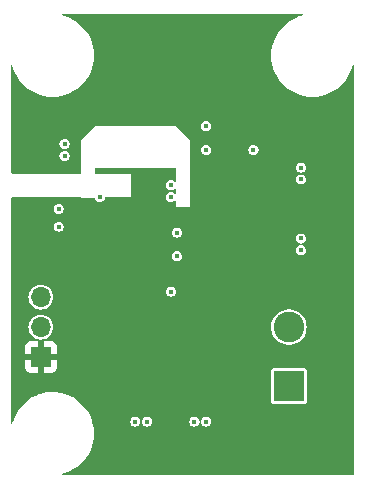
<source format=gbr>
%TF.GenerationSoftware,KiCad,Pcbnew,8.0.2*%
%TF.CreationDate,2025-01-11T01:11:34-03:00*%
%TF.ProjectId,LTC6268-10,4c544336-3236-4382-9d31-302e6b696361,rev?*%
%TF.SameCoordinates,Original*%
%TF.FileFunction,Copper,L3,Inr*%
%TF.FilePolarity,Positive*%
%FSLAX46Y46*%
G04 Gerber Fmt 4.6, Leading zero omitted, Abs format (unit mm)*
G04 Created by KiCad (PCBNEW 8.0.2) date 2025-01-11 01:11:34*
%MOMM*%
%LPD*%
G01*
G04 APERTURE LIST*
%TA.AperFunction,ComponentPad*%
%ADD10R,2.600000X2.600000*%
%TD*%
%TA.AperFunction,ComponentPad*%
%ADD11C,2.600000*%
%TD*%
%TA.AperFunction,ComponentPad*%
%ADD12R,1.700000X1.700000*%
%TD*%
%TA.AperFunction,ComponentPad*%
%ADD13O,1.700000X1.700000*%
%TD*%
%TA.AperFunction,ViaPad*%
%ADD14C,0.450000*%
%TD*%
G04 APERTURE END LIST*
D10*
%TO.N,GND*%
%TO.C,J2*%
X130920001Y-85000000D03*
D11*
%TO.N,Net-(J2-Pin_2)*%
X130920001Y-80000000D03*
%TD*%
D12*
%TO.N,VCC*%
%TO.C,SD_L1*%
X109920001Y-82540000D03*
D13*
%TO.N,/Shutdown_L*%
X109920001Y-80000000D03*
%TO.N,GND*%
X109920001Y-77460000D03*
%TD*%
D14*
%TO.N,GND*%
X131920001Y-66500000D03*
X131920001Y-67500000D03*
X131920001Y-73500000D03*
X123920001Y-65000000D03*
X117920001Y-88000000D03*
X121420001Y-74000000D03*
X121420001Y-72000000D03*
X111920001Y-64500000D03*
X120920001Y-69000000D03*
X120920001Y-77000000D03*
X131920001Y-72500000D03*
X123920001Y-88000000D03*
X122920001Y-88000000D03*
X123920001Y-63000000D03*
X118920001Y-88000000D03*
X111420001Y-70000000D03*
X111920001Y-65500000D03*
X111420001Y-71500000D03*
%TO.N,VCC*%
X123919997Y-78000004D03*
X131920001Y-63000000D03*
X115720001Y-72000000D03*
%TO.N,Net-(U1-+IN)*%
X127919998Y-65000003D03*
X120920001Y-68000000D03*
%TO.N,/Shutdown_L*%
X114920001Y-69000000D03*
%TD*%
%TA.AperFunction,Conductor*%
%TO.N,VCC*%
G36*
X132119741Y-53514352D02*
G01*
X132134093Y-53549000D01*
X132119741Y-53583648D01*
X132097775Y-53596330D01*
X131836814Y-53666254D01*
X131836808Y-53666256D01*
X131836804Y-53666257D01*
X131836802Y-53666258D01*
X131739832Y-53703480D01*
X131494263Y-53797745D01*
X131167350Y-53964317D01*
X130859630Y-54164151D01*
X130859628Y-54164153D01*
X130574499Y-54395047D01*
X130574484Y-54395060D01*
X130315061Y-54654483D01*
X130315048Y-54654498D01*
X130084154Y-54939627D01*
X130084152Y-54939629D01*
X129884318Y-55247349D01*
X129717746Y-55574262D01*
X129676746Y-55681072D01*
X129614460Y-55843336D01*
X129586257Y-55916807D01*
X129586255Y-55916813D01*
X129491296Y-56271204D01*
X129433898Y-56633604D01*
X129414697Y-57000000D01*
X129433898Y-57366395D01*
X129491296Y-57728795D01*
X129586255Y-58083186D01*
X129586257Y-58083192D01*
X129586259Y-58083199D01*
X129670613Y-58302952D01*
X129717746Y-58425737D01*
X129739876Y-58469169D01*
X129883222Y-58750500D01*
X129884318Y-58752650D01*
X130084152Y-59060370D01*
X130084154Y-59060372D01*
X130315048Y-59345501D01*
X130315061Y-59345516D01*
X130574484Y-59604939D01*
X130574491Y-59604945D01*
X130574495Y-59604949D01*
X130574499Y-59604952D01*
X130859628Y-59835846D01*
X130859630Y-59835848D01*
X130859635Y-59835851D01*
X131167349Y-60035682D01*
X131494265Y-60202255D01*
X131836802Y-60333742D01*
X132191207Y-60428705D01*
X132553597Y-60486102D01*
X132920001Y-60505304D01*
X133286405Y-60486102D01*
X133648795Y-60428705D01*
X134003200Y-60333742D01*
X134345737Y-60202255D01*
X134672653Y-60035682D01*
X134980367Y-59835851D01*
X135265507Y-59604949D01*
X135524950Y-59345506D01*
X135755852Y-59060366D01*
X135955683Y-58752652D01*
X136122256Y-58425736D01*
X136253743Y-58083199D01*
X136323671Y-57822224D01*
X136346501Y-57792472D01*
X136383683Y-57787577D01*
X136413436Y-57810407D01*
X136420001Y-57834907D01*
X136420001Y-92451000D01*
X136405649Y-92485648D01*
X136371001Y-92500000D01*
X111754909Y-92500000D01*
X111720261Y-92485648D01*
X111705909Y-92451000D01*
X111720261Y-92416352D01*
X111742227Y-92403670D01*
X111804632Y-92386948D01*
X112003200Y-92333742D01*
X112345737Y-92202255D01*
X112672653Y-92035682D01*
X112980367Y-91835851D01*
X113265507Y-91604949D01*
X113524950Y-91345506D01*
X113755852Y-91060366D01*
X113955683Y-90752652D01*
X114122256Y-90425736D01*
X114253743Y-90083199D01*
X114348706Y-89728794D01*
X114406103Y-89366404D01*
X114425305Y-89000000D01*
X114406103Y-88633596D01*
X114348706Y-88271206D01*
X114276036Y-88000000D01*
X117489197Y-88000000D01*
X117510282Y-88133126D01*
X117510282Y-88133127D01*
X117510283Y-88133128D01*
X117571468Y-88253213D01*
X117571473Y-88253220D01*
X117666780Y-88348527D01*
X117666787Y-88348532D01*
X117746843Y-88389322D01*
X117786875Y-88409719D01*
X117920001Y-88430804D01*
X118053127Y-88409719D01*
X118136421Y-88367278D01*
X118173214Y-88348532D01*
X118173216Y-88348530D01*
X118173221Y-88348528D01*
X118268529Y-88253220D01*
X118329720Y-88133126D01*
X118350805Y-88000000D01*
X118489197Y-88000000D01*
X118510282Y-88133126D01*
X118510282Y-88133127D01*
X118510283Y-88133128D01*
X118571468Y-88253213D01*
X118571473Y-88253220D01*
X118666780Y-88348527D01*
X118666787Y-88348532D01*
X118746843Y-88389322D01*
X118786875Y-88409719D01*
X118920001Y-88430804D01*
X119053127Y-88409719D01*
X119136421Y-88367278D01*
X119173214Y-88348532D01*
X119173216Y-88348530D01*
X119173221Y-88348528D01*
X119268529Y-88253220D01*
X119329720Y-88133126D01*
X119350805Y-88000000D01*
X122489197Y-88000000D01*
X122510282Y-88133126D01*
X122510282Y-88133127D01*
X122510283Y-88133128D01*
X122571468Y-88253213D01*
X122571473Y-88253220D01*
X122666780Y-88348527D01*
X122666787Y-88348532D01*
X122746843Y-88389322D01*
X122786875Y-88409719D01*
X122920001Y-88430804D01*
X123053127Y-88409719D01*
X123136421Y-88367278D01*
X123173214Y-88348532D01*
X123173216Y-88348530D01*
X123173221Y-88348528D01*
X123268529Y-88253220D01*
X123329720Y-88133126D01*
X123350805Y-88000000D01*
X123489197Y-88000000D01*
X123510282Y-88133126D01*
X123510282Y-88133127D01*
X123510283Y-88133128D01*
X123571468Y-88253213D01*
X123571473Y-88253220D01*
X123666780Y-88348527D01*
X123666787Y-88348532D01*
X123746843Y-88389322D01*
X123786875Y-88409719D01*
X123920001Y-88430804D01*
X124053127Y-88409719D01*
X124136421Y-88367278D01*
X124173214Y-88348532D01*
X124173216Y-88348530D01*
X124173221Y-88348528D01*
X124268529Y-88253220D01*
X124329720Y-88133126D01*
X124350805Y-88000000D01*
X124329720Y-87866874D01*
X124292208Y-87793252D01*
X124268533Y-87746786D01*
X124268528Y-87746779D01*
X124173221Y-87651472D01*
X124173214Y-87651467D01*
X124053129Y-87590282D01*
X124053128Y-87590281D01*
X124053127Y-87590281D01*
X123920001Y-87569196D01*
X123786875Y-87590281D01*
X123786873Y-87590281D01*
X123786872Y-87590282D01*
X123666787Y-87651467D01*
X123666780Y-87651472D01*
X123571473Y-87746779D01*
X123571468Y-87746786D01*
X123510283Y-87866871D01*
X123510282Y-87866872D01*
X123510282Y-87866874D01*
X123489197Y-88000000D01*
X123350805Y-88000000D01*
X123329720Y-87866874D01*
X123292208Y-87793252D01*
X123268533Y-87746786D01*
X123268528Y-87746779D01*
X123173221Y-87651472D01*
X123173214Y-87651467D01*
X123053129Y-87590282D01*
X123053128Y-87590281D01*
X123053127Y-87590281D01*
X122920001Y-87569196D01*
X122786875Y-87590281D01*
X122786873Y-87590281D01*
X122786872Y-87590282D01*
X122666787Y-87651467D01*
X122666780Y-87651472D01*
X122571473Y-87746779D01*
X122571468Y-87746786D01*
X122510283Y-87866871D01*
X122510282Y-87866872D01*
X122510282Y-87866874D01*
X122489197Y-88000000D01*
X119350805Y-88000000D01*
X119329720Y-87866874D01*
X119292208Y-87793252D01*
X119268533Y-87746786D01*
X119268528Y-87746779D01*
X119173221Y-87651472D01*
X119173214Y-87651467D01*
X119053129Y-87590282D01*
X119053128Y-87590281D01*
X119053127Y-87590281D01*
X118920001Y-87569196D01*
X118786875Y-87590281D01*
X118786873Y-87590281D01*
X118786872Y-87590282D01*
X118666787Y-87651467D01*
X118666780Y-87651472D01*
X118571473Y-87746779D01*
X118571468Y-87746786D01*
X118510283Y-87866871D01*
X118510282Y-87866872D01*
X118510282Y-87866874D01*
X118489197Y-88000000D01*
X118350805Y-88000000D01*
X118329720Y-87866874D01*
X118292208Y-87793252D01*
X118268533Y-87746786D01*
X118268528Y-87746779D01*
X118173221Y-87651472D01*
X118173214Y-87651467D01*
X118053129Y-87590282D01*
X118053128Y-87590281D01*
X118053127Y-87590281D01*
X117920001Y-87569196D01*
X117786875Y-87590281D01*
X117786873Y-87590281D01*
X117786872Y-87590282D01*
X117666787Y-87651467D01*
X117666780Y-87651472D01*
X117571473Y-87746779D01*
X117571468Y-87746786D01*
X117510283Y-87866871D01*
X117510282Y-87866872D01*
X117510282Y-87866874D01*
X117489197Y-88000000D01*
X114276036Y-88000000D01*
X114253743Y-87916801D01*
X114122256Y-87574264D01*
X113955683Y-87247348D01*
X113755852Y-86939634D01*
X113755849Y-86939629D01*
X113755847Y-86939627D01*
X113524953Y-86654498D01*
X113524940Y-86654483D01*
X113265517Y-86395060D01*
X113265502Y-86395047D01*
X112980373Y-86164153D01*
X112980371Y-86164151D01*
X112672651Y-85964317D01*
X112345738Y-85797745D01*
X112222953Y-85750612D01*
X112003200Y-85666258D01*
X112003193Y-85666256D01*
X112003187Y-85666254D01*
X111648796Y-85571295D01*
X111550484Y-85555724D01*
X111286405Y-85513898D01*
X111286400Y-85513897D01*
X111286396Y-85513897D01*
X110920001Y-85494696D01*
X110553605Y-85513897D01*
X110553599Y-85513897D01*
X110553597Y-85513898D01*
X110387827Y-85540153D01*
X110191205Y-85571295D01*
X109836814Y-85666254D01*
X109836808Y-85666256D01*
X109836804Y-85666257D01*
X109836802Y-85666258D01*
X109739832Y-85703480D01*
X109494263Y-85797745D01*
X109167350Y-85964317D01*
X108859630Y-86164151D01*
X108859628Y-86164153D01*
X108574499Y-86395047D01*
X108574484Y-86395060D01*
X108315061Y-86654483D01*
X108315048Y-86654498D01*
X108084154Y-86939627D01*
X108084152Y-86939629D01*
X107884318Y-87247349D01*
X107717746Y-87574262D01*
X107651521Y-87746786D01*
X107614460Y-87843336D01*
X107586257Y-87916807D01*
X107586255Y-87916813D01*
X107516331Y-88177774D01*
X107493501Y-88207527D01*
X107456319Y-88212422D01*
X107426566Y-88189592D01*
X107420001Y-88165092D01*
X107420001Y-81642165D01*
X108570001Y-81642165D01*
X108570001Y-82290000D01*
X109486989Y-82290000D01*
X109454076Y-82347007D01*
X109420001Y-82474174D01*
X109420001Y-82605826D01*
X109454076Y-82732993D01*
X109486989Y-82790000D01*
X108570001Y-82790000D01*
X108570001Y-83437834D01*
X108576402Y-83497372D01*
X108576402Y-83497373D01*
X108626649Y-83632091D01*
X108712812Y-83747188D01*
X108827909Y-83833351D01*
X108962627Y-83883598D01*
X109022167Y-83890000D01*
X109670001Y-83890000D01*
X109670001Y-82973012D01*
X109727008Y-83005925D01*
X109854175Y-83040000D01*
X109985827Y-83040000D01*
X110112994Y-83005925D01*
X110170001Y-82973012D01*
X110170001Y-83890000D01*
X110817835Y-83890000D01*
X110877373Y-83883598D01*
X110877374Y-83883598D01*
X111012092Y-83833351D01*
X111127189Y-83747188D01*
X111177298Y-83680252D01*
X129419501Y-83680252D01*
X129419501Y-86319748D01*
X129431134Y-86378231D01*
X129442373Y-86395051D01*
X129475448Y-86444552D01*
X129502013Y-86462301D01*
X129541770Y-86488867D01*
X129600253Y-86500500D01*
X129600256Y-86500500D01*
X132239746Y-86500500D01*
X132239749Y-86500500D01*
X132298232Y-86488867D01*
X132364553Y-86444552D01*
X132408868Y-86378231D01*
X132420501Y-86319748D01*
X132420501Y-83680252D01*
X132408868Y-83621769D01*
X132382302Y-83582012D01*
X132364553Y-83555447D01*
X132324796Y-83528882D01*
X132298232Y-83511133D01*
X132239749Y-83499500D01*
X129600253Y-83499500D01*
X129541770Y-83511133D01*
X129475448Y-83555447D01*
X129431134Y-83621769D01*
X129419501Y-83680252D01*
X111177298Y-83680252D01*
X111213352Y-83632091D01*
X111263599Y-83497373D01*
X111263599Y-83497372D01*
X111270001Y-83437834D01*
X111270001Y-82790000D01*
X110353013Y-82790000D01*
X110385926Y-82732993D01*
X110420001Y-82605826D01*
X110420001Y-82474174D01*
X110385926Y-82347007D01*
X110353013Y-82290000D01*
X111270001Y-82290000D01*
X111270001Y-81642165D01*
X111263599Y-81582627D01*
X111263599Y-81582626D01*
X111213352Y-81447908D01*
X111127189Y-81332811D01*
X111012092Y-81246648D01*
X110877374Y-81196401D01*
X110817835Y-81190000D01*
X110170001Y-81190000D01*
X110170001Y-82106988D01*
X110112994Y-82074075D01*
X109985827Y-82040000D01*
X109854175Y-82040000D01*
X109727008Y-82074075D01*
X109670001Y-82106988D01*
X109670001Y-81190000D01*
X109022167Y-81190000D01*
X108962628Y-81196401D01*
X108962627Y-81196401D01*
X108827909Y-81246648D01*
X108712812Y-81332811D01*
X108626649Y-81447908D01*
X108576402Y-81582626D01*
X108576402Y-81582627D01*
X108570001Y-81642165D01*
X107420001Y-81642165D01*
X107420001Y-80000000D01*
X108864418Y-80000000D01*
X108884701Y-80205934D01*
X108944769Y-80403954D01*
X109042316Y-80586450D01*
X109173591Y-80746410D01*
X109333551Y-80877685D01*
X109516047Y-80975232D01*
X109714067Y-81035300D01*
X109920001Y-81055583D01*
X110125935Y-81035300D01*
X110323955Y-80975232D01*
X110506451Y-80877685D01*
X110666411Y-80746410D01*
X110797686Y-80586450D01*
X110895233Y-80403954D01*
X110955301Y-80205934D01*
X110975584Y-80000000D01*
X129414358Y-80000000D01*
X129434893Y-80247821D01*
X129474431Y-80403954D01*
X129495939Y-80488883D01*
X129595826Y-80716604D01*
X129595833Y-80716616D01*
X129731835Y-80924784D01*
X129833572Y-81035299D01*
X129900257Y-81107738D01*
X130096492Y-81260474D01*
X130096499Y-81260478D01*
X130096501Y-81260479D01*
X130315183Y-81378824D01*
X130315185Y-81378824D01*
X130315191Y-81378828D01*
X130550387Y-81459571D01*
X130795666Y-81500500D01*
X130795669Y-81500500D01*
X131044333Y-81500500D01*
X131044336Y-81500500D01*
X131289615Y-81459571D01*
X131524811Y-81378828D01*
X131743510Y-81260474D01*
X131939745Y-81107738D01*
X132108165Y-80924785D01*
X132244174Y-80716607D01*
X132344064Y-80488881D01*
X132405109Y-80247821D01*
X132425644Y-80000000D01*
X132405109Y-79752179D01*
X132344064Y-79511119D01*
X132244174Y-79283393D01*
X132244172Y-79283390D01*
X132244168Y-79283383D01*
X132108166Y-79075215D01*
X131939745Y-78892262D01*
X131743514Y-78739529D01*
X131743513Y-78739528D01*
X131743510Y-78739526D01*
X131743505Y-78739523D01*
X131743500Y-78739520D01*
X131524818Y-78621175D01*
X131524812Y-78621172D01*
X131524811Y-78621172D01*
X131505963Y-78614701D01*
X131289616Y-78540429D01*
X131228295Y-78530196D01*
X131044336Y-78499500D01*
X130795666Y-78499500D01*
X130648498Y-78524057D01*
X130550385Y-78540429D01*
X130315193Y-78621171D01*
X130315183Y-78621175D01*
X130096501Y-78739520D01*
X130096487Y-78739529D01*
X129900256Y-78892262D01*
X129900255Y-78892262D01*
X129731835Y-79075215D01*
X129595833Y-79283383D01*
X129595826Y-79283395D01*
X129495939Y-79511116D01*
X129495938Y-79511119D01*
X129434893Y-79752179D01*
X129414358Y-80000000D01*
X110975584Y-80000000D01*
X110955301Y-79794066D01*
X110895233Y-79596046D01*
X110797686Y-79413550D01*
X110666411Y-79253590D01*
X110506451Y-79122315D01*
X110323955Y-79024768D01*
X110125935Y-78964700D01*
X109920001Y-78944417D01*
X109714066Y-78964700D01*
X109714065Y-78964700D01*
X109516044Y-79024769D01*
X109333549Y-79122316D01*
X109173591Y-79253590D01*
X109042317Y-79413548D01*
X108944770Y-79596043D01*
X108884701Y-79794064D01*
X108884701Y-79794065D01*
X108884701Y-79794066D01*
X108864418Y-80000000D01*
X107420001Y-80000000D01*
X107420001Y-77460000D01*
X108864418Y-77460000D01*
X108884701Y-77665934D01*
X108944769Y-77863954D01*
X109042316Y-78046450D01*
X109173591Y-78206410D01*
X109333551Y-78337685D01*
X109516047Y-78435232D01*
X109714067Y-78495300D01*
X109920001Y-78515583D01*
X110125935Y-78495300D01*
X110323955Y-78435232D01*
X110506451Y-78337685D01*
X110666411Y-78206410D01*
X110797686Y-78046450D01*
X110895233Y-77863954D01*
X110955301Y-77665934D01*
X110975584Y-77460000D01*
X110955301Y-77254066D01*
X110895233Y-77056046D01*
X110865276Y-77000000D01*
X120489197Y-77000000D01*
X120510282Y-77133126D01*
X120510282Y-77133127D01*
X120510283Y-77133128D01*
X120571468Y-77253213D01*
X120571473Y-77253220D01*
X120666780Y-77348527D01*
X120666787Y-77348532D01*
X120746843Y-77389322D01*
X120786875Y-77409719D01*
X120920001Y-77430804D01*
X121053127Y-77409719D01*
X121136421Y-77367278D01*
X121173214Y-77348532D01*
X121173216Y-77348530D01*
X121173221Y-77348528D01*
X121268529Y-77253220D01*
X121329720Y-77133126D01*
X121350805Y-77000000D01*
X121329720Y-76866874D01*
X121309323Y-76826842D01*
X121268533Y-76746786D01*
X121268528Y-76746779D01*
X121173221Y-76651472D01*
X121173214Y-76651467D01*
X121053129Y-76590282D01*
X121053128Y-76590281D01*
X121053127Y-76590281D01*
X120920001Y-76569196D01*
X120786875Y-76590281D01*
X120786873Y-76590281D01*
X120786872Y-76590282D01*
X120666787Y-76651467D01*
X120666780Y-76651472D01*
X120571473Y-76746779D01*
X120571468Y-76746786D01*
X120510283Y-76866871D01*
X120510282Y-76866872D01*
X120510282Y-76866874D01*
X120489197Y-77000000D01*
X110865276Y-77000000D01*
X110797686Y-76873550D01*
X110666411Y-76713590D01*
X110506451Y-76582315D01*
X110323955Y-76484768D01*
X110125935Y-76424700D01*
X109920001Y-76404417D01*
X109714066Y-76424700D01*
X109714065Y-76424700D01*
X109516044Y-76484769D01*
X109333549Y-76582316D01*
X109173591Y-76713590D01*
X109042317Y-76873548D01*
X108944770Y-77056043D01*
X108884701Y-77254064D01*
X108884701Y-77254065D01*
X108867294Y-77430804D01*
X108864418Y-77460000D01*
X107420001Y-77460000D01*
X107420001Y-74000000D01*
X120989197Y-74000000D01*
X121010282Y-74133126D01*
X121010282Y-74133127D01*
X121010283Y-74133128D01*
X121071468Y-74253213D01*
X121071473Y-74253220D01*
X121166780Y-74348527D01*
X121166787Y-74348532D01*
X121246843Y-74389322D01*
X121286875Y-74409719D01*
X121420001Y-74430804D01*
X121553127Y-74409719D01*
X121636421Y-74367278D01*
X121673214Y-74348532D01*
X121673216Y-74348530D01*
X121673221Y-74348528D01*
X121768529Y-74253220D01*
X121829720Y-74133126D01*
X121850805Y-74000000D01*
X121829720Y-73866874D01*
X121809323Y-73826842D01*
X121768533Y-73746786D01*
X121768528Y-73746779D01*
X121673221Y-73651472D01*
X121673214Y-73651467D01*
X121553129Y-73590282D01*
X121553128Y-73590281D01*
X121553127Y-73590281D01*
X121420001Y-73569196D01*
X121286875Y-73590281D01*
X121286873Y-73590281D01*
X121286872Y-73590282D01*
X121166787Y-73651467D01*
X121166780Y-73651472D01*
X121071473Y-73746779D01*
X121071468Y-73746786D01*
X121010283Y-73866871D01*
X121010282Y-73866872D01*
X121010282Y-73866874D01*
X120989197Y-74000000D01*
X107420001Y-74000000D01*
X107420001Y-73500000D01*
X131489197Y-73500000D01*
X131510282Y-73633126D01*
X131510282Y-73633127D01*
X131510283Y-73633128D01*
X131571468Y-73753213D01*
X131571473Y-73753220D01*
X131666780Y-73848527D01*
X131666787Y-73848532D01*
X131746843Y-73889322D01*
X131786875Y-73909719D01*
X131920001Y-73930804D01*
X132053127Y-73909719D01*
X132137221Y-73866871D01*
X132173214Y-73848532D01*
X132173216Y-73848530D01*
X132173221Y-73848528D01*
X132268529Y-73753220D01*
X132271808Y-73746786D01*
X132287279Y-73716420D01*
X132329720Y-73633126D01*
X132350805Y-73500000D01*
X132329720Y-73366874D01*
X132309323Y-73326842D01*
X132268533Y-73246786D01*
X132268528Y-73246779D01*
X132173221Y-73151472D01*
X132173214Y-73151467D01*
X132053129Y-73090282D01*
X132053128Y-73090281D01*
X132053127Y-73090281D01*
X131920001Y-73069196D01*
X131786875Y-73090281D01*
X131786873Y-73090281D01*
X131786872Y-73090282D01*
X131666787Y-73151467D01*
X131666780Y-73151472D01*
X131571473Y-73246779D01*
X131571468Y-73246786D01*
X131510283Y-73366871D01*
X131510282Y-73366872D01*
X131510282Y-73366874D01*
X131489197Y-73500000D01*
X107420001Y-73500000D01*
X107420001Y-72500000D01*
X131489197Y-72500000D01*
X131510282Y-72633126D01*
X131510282Y-72633127D01*
X131510283Y-72633128D01*
X131571468Y-72753213D01*
X131571473Y-72753220D01*
X131666780Y-72848527D01*
X131666787Y-72848532D01*
X131746843Y-72889322D01*
X131786875Y-72909719D01*
X131920001Y-72930804D01*
X132053127Y-72909719D01*
X132136421Y-72867278D01*
X132173214Y-72848532D01*
X132173216Y-72848530D01*
X132173221Y-72848528D01*
X132268529Y-72753220D01*
X132329720Y-72633126D01*
X132350805Y-72500000D01*
X132329720Y-72366874D01*
X132309323Y-72326842D01*
X132268533Y-72246786D01*
X132268528Y-72246779D01*
X132173221Y-72151472D01*
X132173214Y-72151467D01*
X132053129Y-72090282D01*
X132053128Y-72090281D01*
X132053127Y-72090281D01*
X131920001Y-72069196D01*
X131786875Y-72090281D01*
X131786873Y-72090281D01*
X131786872Y-72090282D01*
X131666787Y-72151467D01*
X131666780Y-72151472D01*
X131571473Y-72246779D01*
X131571468Y-72246786D01*
X131510283Y-72366871D01*
X131510282Y-72366872D01*
X131510282Y-72366874D01*
X131489197Y-72500000D01*
X107420001Y-72500000D01*
X107420001Y-72000000D01*
X120989197Y-72000000D01*
X121010282Y-72133126D01*
X121010282Y-72133127D01*
X121010283Y-72133128D01*
X121071468Y-72253213D01*
X121071473Y-72253220D01*
X121166780Y-72348527D01*
X121166787Y-72348532D01*
X121246843Y-72389322D01*
X121286875Y-72409719D01*
X121420001Y-72430804D01*
X121553127Y-72409719D01*
X121637221Y-72366871D01*
X121673214Y-72348532D01*
X121673216Y-72348530D01*
X121673221Y-72348528D01*
X121768529Y-72253220D01*
X121771808Y-72246786D01*
X121787279Y-72216420D01*
X121829720Y-72133126D01*
X121850805Y-72000000D01*
X121829720Y-71866874D01*
X121809323Y-71826842D01*
X121768533Y-71746786D01*
X121768528Y-71746779D01*
X121673221Y-71651472D01*
X121673214Y-71651467D01*
X121553129Y-71590282D01*
X121553128Y-71590281D01*
X121553127Y-71590281D01*
X121420001Y-71569196D01*
X121286875Y-71590281D01*
X121286873Y-71590281D01*
X121286872Y-71590282D01*
X121166787Y-71651467D01*
X121166780Y-71651472D01*
X121071473Y-71746779D01*
X121071468Y-71746786D01*
X121010283Y-71866871D01*
X121010282Y-71866872D01*
X121010282Y-71866874D01*
X120989197Y-72000000D01*
X107420001Y-72000000D01*
X107420001Y-71500000D01*
X110989197Y-71500000D01*
X111010282Y-71633126D01*
X111010282Y-71633127D01*
X111010283Y-71633128D01*
X111071468Y-71753213D01*
X111071473Y-71753220D01*
X111166780Y-71848527D01*
X111166787Y-71848532D01*
X111246843Y-71889322D01*
X111286875Y-71909719D01*
X111420001Y-71930804D01*
X111553127Y-71909719D01*
X111637221Y-71866871D01*
X111673214Y-71848532D01*
X111673216Y-71848530D01*
X111673221Y-71848528D01*
X111768529Y-71753220D01*
X111771808Y-71746786D01*
X111787279Y-71716420D01*
X111829720Y-71633126D01*
X111850805Y-71500000D01*
X111829720Y-71366874D01*
X111809323Y-71326842D01*
X111768533Y-71246786D01*
X111768528Y-71246779D01*
X111673221Y-71151472D01*
X111673214Y-71151467D01*
X111553129Y-71090282D01*
X111553128Y-71090281D01*
X111553127Y-71090281D01*
X111420001Y-71069196D01*
X111286875Y-71090281D01*
X111286873Y-71090281D01*
X111286872Y-71090282D01*
X111166787Y-71151467D01*
X111166780Y-71151472D01*
X111071473Y-71246779D01*
X111071468Y-71246786D01*
X111010283Y-71366871D01*
X111010282Y-71366872D01*
X111010282Y-71366874D01*
X110989197Y-71500000D01*
X107420001Y-71500000D01*
X107420001Y-70000000D01*
X110989197Y-70000000D01*
X111010282Y-70133126D01*
X111010282Y-70133127D01*
X111010283Y-70133128D01*
X111071468Y-70253213D01*
X111071473Y-70253220D01*
X111166780Y-70348527D01*
X111166787Y-70348532D01*
X111246843Y-70389322D01*
X111286875Y-70409719D01*
X111420001Y-70430804D01*
X111553127Y-70409719D01*
X111636421Y-70367278D01*
X111673214Y-70348532D01*
X111673216Y-70348530D01*
X111673221Y-70348528D01*
X111768529Y-70253220D01*
X111829720Y-70133126D01*
X111850805Y-70000000D01*
X111829720Y-69866874D01*
X111795646Y-69800000D01*
X111768533Y-69746786D01*
X111768528Y-69746779D01*
X111673221Y-69651472D01*
X111673214Y-69651467D01*
X111553129Y-69590282D01*
X111553128Y-69590281D01*
X111553127Y-69590281D01*
X111420001Y-69569196D01*
X111286875Y-69590281D01*
X111286873Y-69590281D01*
X111286872Y-69590282D01*
X111166787Y-69651467D01*
X111166780Y-69651472D01*
X111071473Y-69746779D01*
X111071468Y-69746786D01*
X111010283Y-69866871D01*
X111010282Y-69866872D01*
X111010282Y-69866874D01*
X110989197Y-70000000D01*
X107420001Y-70000000D01*
X107420001Y-69049000D01*
X107434353Y-69014352D01*
X107469001Y-69000000D01*
X113271001Y-69000000D01*
X113305649Y-69014352D01*
X113320001Y-69049000D01*
X113320001Y-69100000D01*
X114463918Y-69100000D01*
X114498566Y-69114352D01*
X114508100Y-69129910D01*
X114508531Y-69129691D01*
X114571468Y-69253213D01*
X114571473Y-69253220D01*
X114666780Y-69348527D01*
X114666787Y-69348532D01*
X114746843Y-69389322D01*
X114786875Y-69409719D01*
X114920001Y-69430804D01*
X115053127Y-69409719D01*
X115136421Y-69367278D01*
X115173214Y-69348532D01*
X115173216Y-69348530D01*
X115173221Y-69348528D01*
X115268529Y-69253220D01*
X115329720Y-69133126D01*
X115344258Y-69041333D01*
X115363854Y-69009358D01*
X115392655Y-69000000D01*
X117545001Y-69000000D01*
X117545001Y-67000000D01*
X114569001Y-67000000D01*
X114534353Y-66985648D01*
X114520001Y-66951000D01*
X114520001Y-66549000D01*
X114534353Y-66514352D01*
X114569001Y-66500000D01*
X121271001Y-66500000D01*
X121305649Y-66514352D01*
X121320001Y-66549000D01*
X121320001Y-67679956D01*
X121305649Y-67714604D01*
X121271001Y-67728956D01*
X121236353Y-67714604D01*
X121173221Y-67651472D01*
X121173214Y-67651467D01*
X121053129Y-67590282D01*
X121053128Y-67590281D01*
X121053127Y-67590281D01*
X120920001Y-67569196D01*
X120786875Y-67590281D01*
X120786873Y-67590281D01*
X120786872Y-67590282D01*
X120666787Y-67651467D01*
X120666780Y-67651472D01*
X120571473Y-67746779D01*
X120571468Y-67746786D01*
X120510283Y-67866871D01*
X120510282Y-67866872D01*
X120510282Y-67866874D01*
X120489197Y-68000000D01*
X120510282Y-68133126D01*
X120510282Y-68133127D01*
X120510283Y-68133128D01*
X120571468Y-68253213D01*
X120571473Y-68253220D01*
X120666780Y-68348527D01*
X120666787Y-68348532D01*
X120746843Y-68389322D01*
X120786875Y-68409719D01*
X120920001Y-68430804D01*
X121053127Y-68409719D01*
X121136421Y-68367278D01*
X121173214Y-68348532D01*
X121173216Y-68348530D01*
X121173221Y-68348528D01*
X121236353Y-68285396D01*
X121271001Y-68271044D01*
X121305649Y-68285396D01*
X121320001Y-68320044D01*
X121320001Y-68679956D01*
X121305649Y-68714604D01*
X121271001Y-68728956D01*
X121236353Y-68714604D01*
X121173221Y-68651472D01*
X121173214Y-68651467D01*
X121053129Y-68590282D01*
X121053128Y-68590281D01*
X121053127Y-68590281D01*
X120920001Y-68569196D01*
X120786875Y-68590281D01*
X120786873Y-68590281D01*
X120786872Y-68590282D01*
X120666787Y-68651467D01*
X120666780Y-68651472D01*
X120571473Y-68746779D01*
X120571468Y-68746786D01*
X120510283Y-68866871D01*
X120510282Y-68866872D01*
X120510282Y-68866874D01*
X120489197Y-69000000D01*
X120510282Y-69133126D01*
X120510282Y-69133127D01*
X120510283Y-69133128D01*
X120571468Y-69253213D01*
X120571473Y-69253220D01*
X120666780Y-69348527D01*
X120666787Y-69348532D01*
X120746843Y-69389322D01*
X120786875Y-69409719D01*
X120920001Y-69430804D01*
X121053127Y-69409719D01*
X121136421Y-69367278D01*
X121173214Y-69348532D01*
X121173216Y-69348530D01*
X121173221Y-69348528D01*
X121236353Y-69285396D01*
X121271001Y-69271044D01*
X121305649Y-69285396D01*
X121320001Y-69320044D01*
X121320001Y-69800000D01*
X122520001Y-69800000D01*
X122520001Y-67500000D01*
X131489197Y-67500000D01*
X131510282Y-67633126D01*
X131510282Y-67633127D01*
X131510283Y-67633128D01*
X131571468Y-67753213D01*
X131571473Y-67753220D01*
X131666780Y-67848527D01*
X131666787Y-67848532D01*
X131746843Y-67889322D01*
X131786875Y-67909719D01*
X131920001Y-67930804D01*
X132053127Y-67909719D01*
X132137221Y-67866871D01*
X132173214Y-67848532D01*
X132173216Y-67848530D01*
X132173221Y-67848528D01*
X132268529Y-67753220D01*
X132271808Y-67746786D01*
X132288205Y-67714604D01*
X132329720Y-67633126D01*
X132350805Y-67500000D01*
X132329720Y-67366874D01*
X132309323Y-67326842D01*
X132268533Y-67246786D01*
X132268528Y-67246779D01*
X132173221Y-67151472D01*
X132173214Y-67151467D01*
X132053129Y-67090282D01*
X132053128Y-67090281D01*
X132053127Y-67090281D01*
X131920001Y-67069196D01*
X131786875Y-67090281D01*
X131786873Y-67090281D01*
X131786872Y-67090282D01*
X131666787Y-67151467D01*
X131666780Y-67151472D01*
X131571473Y-67246779D01*
X131571468Y-67246786D01*
X131510283Y-67366871D01*
X131510282Y-67366872D01*
X131510282Y-67366874D01*
X131489197Y-67500000D01*
X122520001Y-67500000D01*
X122520001Y-66500000D01*
X131489197Y-66500000D01*
X131510282Y-66633126D01*
X131510282Y-66633127D01*
X131510283Y-66633128D01*
X131571468Y-66753213D01*
X131571473Y-66753220D01*
X131666780Y-66848527D01*
X131666787Y-66848532D01*
X131746843Y-66889322D01*
X131786875Y-66909719D01*
X131920001Y-66930804D01*
X132053127Y-66909719D01*
X132136421Y-66867278D01*
X132173214Y-66848532D01*
X132173216Y-66848530D01*
X132173221Y-66848528D01*
X132268529Y-66753220D01*
X132329720Y-66633126D01*
X132350805Y-66500000D01*
X132329720Y-66366874D01*
X132309323Y-66326842D01*
X132268533Y-66246786D01*
X132268528Y-66246779D01*
X132173221Y-66151472D01*
X132173214Y-66151467D01*
X132053129Y-66090282D01*
X132053128Y-66090281D01*
X132053127Y-66090281D01*
X131920001Y-66069196D01*
X131786875Y-66090281D01*
X131786873Y-66090281D01*
X131786872Y-66090282D01*
X131666787Y-66151467D01*
X131666780Y-66151472D01*
X131571473Y-66246779D01*
X131571468Y-66246786D01*
X131510283Y-66366871D01*
X131510282Y-66366872D01*
X131510282Y-66366874D01*
X131489197Y-66500000D01*
X122520001Y-66500000D01*
X122520001Y-65000000D01*
X123489197Y-65000000D01*
X123510282Y-65133126D01*
X123510282Y-65133127D01*
X123510283Y-65133128D01*
X123571468Y-65253213D01*
X123571473Y-65253220D01*
X123666780Y-65348527D01*
X123666787Y-65348532D01*
X123746843Y-65389322D01*
X123786875Y-65409719D01*
X123920001Y-65430804D01*
X124053127Y-65409719D01*
X124137221Y-65366871D01*
X124173214Y-65348532D01*
X124173216Y-65348530D01*
X124173221Y-65348528D01*
X124268529Y-65253220D01*
X124271808Y-65246786D01*
X124287279Y-65216420D01*
X124329720Y-65133126D01*
X124350805Y-65000003D01*
X127489194Y-65000003D01*
X127510279Y-65133129D01*
X127510279Y-65133130D01*
X127510280Y-65133131D01*
X127571465Y-65253216D01*
X127571470Y-65253223D01*
X127666777Y-65348530D01*
X127666784Y-65348535D01*
X127746840Y-65389325D01*
X127786872Y-65409722D01*
X127919998Y-65430807D01*
X128053124Y-65409722D01*
X128137224Y-65366871D01*
X128173211Y-65348535D01*
X128173213Y-65348533D01*
X128173218Y-65348531D01*
X128268526Y-65253223D01*
X128268532Y-65253213D01*
X128287276Y-65216423D01*
X128329717Y-65133129D01*
X128350802Y-65000003D01*
X128329717Y-64866877D01*
X128309320Y-64826845D01*
X128268530Y-64746789D01*
X128268525Y-64746782D01*
X128173218Y-64651475D01*
X128173211Y-64651470D01*
X128053126Y-64590285D01*
X128053125Y-64590284D01*
X128053124Y-64590284D01*
X127919998Y-64569199D01*
X127786872Y-64590284D01*
X127786870Y-64590284D01*
X127786869Y-64590285D01*
X127666784Y-64651470D01*
X127666777Y-64651475D01*
X127571470Y-64746782D01*
X127571465Y-64746789D01*
X127510280Y-64866874D01*
X127510279Y-64866875D01*
X127510279Y-64866877D01*
X127489194Y-65000003D01*
X124350805Y-65000003D01*
X124350805Y-65000000D01*
X124329720Y-64866874D01*
X124309323Y-64826842D01*
X124268533Y-64746786D01*
X124268528Y-64746779D01*
X124173221Y-64651472D01*
X124173214Y-64651467D01*
X124053129Y-64590282D01*
X124053128Y-64590281D01*
X124053127Y-64590281D01*
X123920001Y-64569196D01*
X123786875Y-64590281D01*
X123786873Y-64590281D01*
X123786872Y-64590282D01*
X123666787Y-64651467D01*
X123666780Y-64651472D01*
X123571473Y-64746779D01*
X123571468Y-64746786D01*
X123510283Y-64866871D01*
X123510282Y-64866872D01*
X123510282Y-64866874D01*
X123489197Y-65000000D01*
X122520001Y-65000000D01*
X122520001Y-64200000D01*
X121320001Y-63000000D01*
X123489197Y-63000000D01*
X123510282Y-63133126D01*
X123510282Y-63133127D01*
X123510283Y-63133128D01*
X123571468Y-63253213D01*
X123571473Y-63253220D01*
X123666780Y-63348527D01*
X123666787Y-63348532D01*
X123746843Y-63389322D01*
X123786875Y-63409719D01*
X123920001Y-63430804D01*
X124053127Y-63409719D01*
X124136421Y-63367278D01*
X124173214Y-63348532D01*
X124173216Y-63348530D01*
X124173221Y-63348528D01*
X124268529Y-63253220D01*
X124329720Y-63133126D01*
X124350805Y-63000000D01*
X124329720Y-62866874D01*
X124309323Y-62826842D01*
X124268533Y-62746786D01*
X124268528Y-62746779D01*
X124173221Y-62651472D01*
X124173214Y-62651467D01*
X124053129Y-62590282D01*
X124053128Y-62590281D01*
X124053127Y-62590281D01*
X123920001Y-62569196D01*
X123786875Y-62590281D01*
X123786873Y-62590281D01*
X123786872Y-62590282D01*
X123666787Y-62651467D01*
X123666780Y-62651472D01*
X123571473Y-62746779D01*
X123571468Y-62746786D01*
X123510283Y-62866871D01*
X123510282Y-62866872D01*
X123510282Y-62866874D01*
X123489197Y-63000000D01*
X121320001Y-63000000D01*
X114520001Y-63000000D01*
X113320001Y-64199999D01*
X113320001Y-66951000D01*
X113305649Y-66985648D01*
X113271001Y-67000000D01*
X107469001Y-67000000D01*
X107434353Y-66985648D01*
X107420001Y-66951000D01*
X107420001Y-65500000D01*
X111489197Y-65500000D01*
X111510282Y-65633126D01*
X111510282Y-65633127D01*
X111510283Y-65633128D01*
X111571468Y-65753213D01*
X111571473Y-65753220D01*
X111666780Y-65848527D01*
X111666787Y-65848532D01*
X111746843Y-65889322D01*
X111786875Y-65909719D01*
X111920001Y-65930804D01*
X112053127Y-65909719D01*
X112136421Y-65867278D01*
X112173214Y-65848532D01*
X112173216Y-65848530D01*
X112173221Y-65848528D01*
X112268529Y-65753220D01*
X112329720Y-65633126D01*
X112350805Y-65500000D01*
X112329720Y-65366874D01*
X112309323Y-65326842D01*
X112268533Y-65246786D01*
X112268528Y-65246779D01*
X112173221Y-65151472D01*
X112173214Y-65151467D01*
X112053129Y-65090282D01*
X112053128Y-65090281D01*
X112053127Y-65090281D01*
X111920001Y-65069196D01*
X111786875Y-65090281D01*
X111786873Y-65090281D01*
X111786872Y-65090282D01*
X111666787Y-65151467D01*
X111666780Y-65151472D01*
X111571473Y-65246779D01*
X111571468Y-65246786D01*
X111510283Y-65366871D01*
X111510282Y-65366872D01*
X111510282Y-65366874D01*
X111489197Y-65500000D01*
X107420001Y-65500000D01*
X107420001Y-64500000D01*
X111489197Y-64500000D01*
X111510282Y-64633126D01*
X111510282Y-64633127D01*
X111510283Y-64633128D01*
X111571468Y-64753213D01*
X111571473Y-64753220D01*
X111666780Y-64848527D01*
X111666787Y-64848532D01*
X111746843Y-64889322D01*
X111786875Y-64909719D01*
X111920001Y-64930804D01*
X112053127Y-64909719D01*
X112137221Y-64866871D01*
X112173214Y-64848532D01*
X112173216Y-64848530D01*
X112173221Y-64848528D01*
X112268529Y-64753220D01*
X112271808Y-64746786D01*
X112287279Y-64716420D01*
X112329720Y-64633126D01*
X112350805Y-64500000D01*
X112329720Y-64366874D01*
X112309323Y-64326842D01*
X112268533Y-64246786D01*
X112268528Y-64246779D01*
X112173221Y-64151472D01*
X112173214Y-64151467D01*
X112053129Y-64090282D01*
X112053128Y-64090281D01*
X112053127Y-64090281D01*
X111920001Y-64069196D01*
X111786875Y-64090281D01*
X111786873Y-64090281D01*
X111786872Y-64090282D01*
X111666787Y-64151467D01*
X111666780Y-64151472D01*
X111571473Y-64246779D01*
X111571468Y-64246786D01*
X111510283Y-64366871D01*
X111510282Y-64366872D01*
X111510282Y-64366874D01*
X111489197Y-64500000D01*
X107420001Y-64500000D01*
X107420001Y-57834907D01*
X107434353Y-57800259D01*
X107469001Y-57785907D01*
X107503649Y-57800259D01*
X107516331Y-57822225D01*
X107586255Y-58083186D01*
X107586257Y-58083192D01*
X107586259Y-58083199D01*
X107670613Y-58302952D01*
X107717746Y-58425737D01*
X107739876Y-58469169D01*
X107883222Y-58750500D01*
X107884318Y-58752650D01*
X108084152Y-59060370D01*
X108084154Y-59060372D01*
X108315048Y-59345501D01*
X108315061Y-59345516D01*
X108574484Y-59604939D01*
X108574491Y-59604945D01*
X108574495Y-59604949D01*
X108574499Y-59604952D01*
X108859628Y-59835846D01*
X108859630Y-59835848D01*
X108859635Y-59835851D01*
X109167349Y-60035682D01*
X109494265Y-60202255D01*
X109836802Y-60333742D01*
X110191207Y-60428705D01*
X110553597Y-60486102D01*
X110920001Y-60505304D01*
X111286405Y-60486102D01*
X111648795Y-60428705D01*
X112003200Y-60333742D01*
X112345737Y-60202255D01*
X112672653Y-60035682D01*
X112980367Y-59835851D01*
X113265507Y-59604949D01*
X113524950Y-59345506D01*
X113755852Y-59060366D01*
X113955683Y-58752652D01*
X114122256Y-58425736D01*
X114253743Y-58083199D01*
X114348706Y-57728794D01*
X114406103Y-57366404D01*
X114425305Y-57000000D01*
X114406103Y-56633596D01*
X114348706Y-56271206D01*
X114253743Y-55916801D01*
X114122256Y-55574264D01*
X113955683Y-55247348D01*
X113755852Y-54939634D01*
X113755849Y-54939629D01*
X113755847Y-54939627D01*
X113524953Y-54654498D01*
X113524940Y-54654483D01*
X113265517Y-54395060D01*
X113265502Y-54395047D01*
X112980373Y-54164153D01*
X112980371Y-54164151D01*
X112672651Y-53964317D01*
X112345738Y-53797745D01*
X112222953Y-53750612D01*
X112003200Y-53666258D01*
X112003193Y-53666256D01*
X112003187Y-53666254D01*
X111742227Y-53596330D01*
X111712474Y-53573500D01*
X111707579Y-53536318D01*
X111730409Y-53506565D01*
X111754909Y-53500000D01*
X132085093Y-53500000D01*
X132119741Y-53514352D01*
G37*
%TD.AperFunction*%
%TD*%
M02*

</source>
